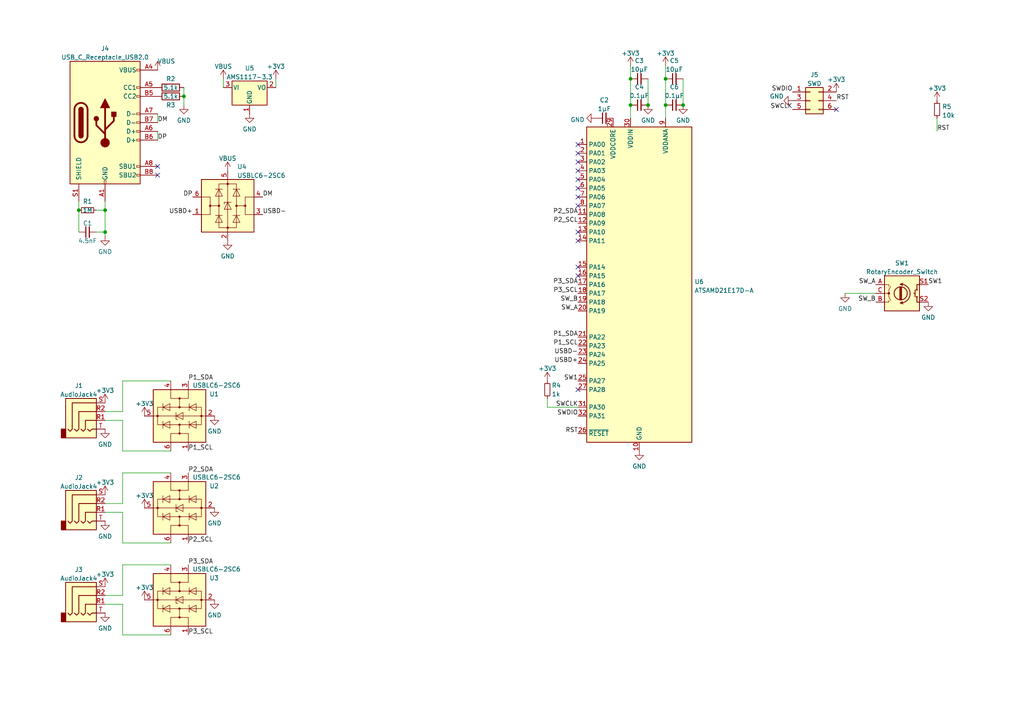
<source format=kicad_sch>
(kicad_sch (version 20211123) (generator eeschema)
  (paper "A4")
  (lib_symbols
    (symbol "Connector:AudioJack4"
      (property "Reference" "J" (at 0 8.89 0))
      (property "Value" "AudioJack4" (at 0 6.35 0))
      (symbol "AudioJack4_0_1"
        (rectangle (start -6.35 -5.08) (end -7.62 -7.62) (stroke (width 0.254)) (fill (type outline)))
        (polyline (pts (xy 0 -5.08) (xy 0.635 -5.715) (xy 1.27 -5.08) (xy 2.54 -5.08)) (stroke (width 0.254)))
        (polyline (pts (xy -5.715 -5.08) (xy -5.08 -5.715) (xy -4.445 -5.08) (xy -4.445 2.54) (xy 2.54 2.54)) (stroke (width 0.254)))
        (polyline (pts (xy -1.905 -5.08) (xy -1.27 -5.715) (xy -0.635 -5.08) (xy -0.635 -2.54) (xy 2.54 -2.54)) (stroke (width 0.254)))
        (polyline (pts (xy 2.54 0) (xy -2.54 0) (xy -2.54 -5.08) (xy -3.175 -5.715) (xy -3.81 -5.08)) (stroke (width 0.254)))
        (rectangle (start 2.54 3.81) (end -6.35 -7.62) (stroke (width 0.254)) (fill (type background)))
      )
      (symbol "AudioJack4_1_1"
        (pin passive line (at 5.08 -2.54 180) (length 2.54) (name "~") (number "R1"))
        (pin passive line (at 5.08 0 180) (length 2.54) (name "~") (number "R2"))
        (pin passive line (at 5.08 2.54 180) (length 2.54) (name "~") (number "S"))
        (pin passive line (at 5.08 -5.08 180) (length 2.54) (name "~") (number "T"))
      )
    )
    (symbol "Connector:USB_C_Receptacle_USB2.0" (pin_names (offset 1.016))
      (property "Reference" "J" (at -10.16 19.05 0))
      (property "Value" "USB_C_Receptacle_USB2.0" (at 19.05 19.05 0))
      (symbol "USB_C_Receptacle_USB2.0_0_0"
        (rectangle (start -0.254 -17.78) (end 0.254 -16.764))
        (rectangle (start 10.16 -14.986) (end 9.144 -15.494))
        (rectangle (start 10.16 -12.446) (end 9.144 -12.954))
        (rectangle (start 10.16 -4.826) (end 9.144 -5.334))
        (rectangle (start 10.16 -2.286) (end 9.144 -2.794))
        (rectangle (start 10.16 0.254) (end 9.144 -0.254))
        (rectangle (start 10.16 2.794) (end 9.144 2.286))
        (rectangle (start 10.16 7.874) (end 9.144 7.366))
        (rectangle (start 10.16 10.414) (end 9.144 9.906))
        (rectangle (start 10.16 15.494) (end 9.144 14.986))
      )
      (symbol "USB_C_Receptacle_USB2.0_0_1"
        (rectangle (start -10.16 17.78) (end 10.16 -17.78) (stroke (width 0.254)) (fill (type background)))
        (arc (start -8.89 -3.81) (mid -6.985 -5.715) (end -5.08 -3.81) (stroke (width 0.508)))
        (arc (start -7.62 -3.81) (mid -6.985 -4.445) (end -6.35 -3.81) (stroke (width 0.254)))
        (arc (start -7.62 -3.81) (mid -6.985 -4.445) (end -6.35 -3.81) (stroke (width 0.254)) (fill (type outline)))
        (rectangle (start -7.62 -3.81) (end -6.35 3.81) (stroke (width 0.254)) (fill (type outline)))
        (arc (start -6.35 3.81) (mid -6.985 4.445) (end -7.62 3.81) (stroke (width 0.254)))
        (arc (start -6.35 3.81) (mid -6.985 4.445) (end -7.62 3.81) (stroke (width 0.254)) (fill (type outline)))
        (arc (start -5.08 3.81) (mid -6.985 5.715) (end -8.89 3.81) (stroke (width 0.508)))
        (circle (center -2.54 1.143) (radius 0.635) (stroke (width 0.254)) (fill (type outline)))
        (circle (center 0 -5.842) (radius 1.27) (fill (type outline)))
        (polyline (pts (xy -8.89 -3.81) (xy -8.89 3.81)) (stroke (width 0.508)))
        (polyline (pts (xy -5.08 3.81) (xy -5.08 -3.81)) (stroke (width 0.508)))
        (polyline (pts (xy 0 -5.842) (xy 0 4.318)) (stroke (width 0.508)))
        (polyline (pts (xy 0 -3.302) (xy -2.54 -0.762) (xy -2.54 0.508)) (stroke (width 0.508)))
        (polyline (pts (xy 0 -2.032) (xy 2.54 0.508) (xy 2.54 1.778)) (stroke (width 0.508)))
        (polyline (pts (xy -1.27 4.318) (xy 0 6.858) (xy 1.27 4.318) (xy -1.27 4.318)) (stroke (width 0.254)) (fill (type outline)))
        (rectangle (start 1.905 1.778) (end 3.175 3.048) (stroke (width 0.254)) (fill (type outline)))
      )
      (symbol "USB_C_Receptacle_USB2.0_1_1"
        (pin passive line (at 0 -22.86 90) (length 5.08) (name "GND") (number "A1"))
        (pin passive line (at 0 -22.86 90) (length 5.08) hide (name "GND") (number "A12"))
        (pin passive line (at 15.24 15.24 180) (length 5.08) (name "VBUS") (number "A4"))
        (pin bidirectional line (at 15.24 10.16 180) (length 5.08) (name "CC1") (number "A5"))
        (pin bidirectional line (at 15.24 -2.54 180) (length 5.08) (name "D+") (number "A6"))
        (pin bidirectional line (at 15.24 2.54 180) (length 5.08) (name "D-") (number "A7"))
        (pin bidirectional line (at 15.24 -12.7 180) (length 5.08) (name "SBU1") (number "A8"))
        (pin passive line (at 15.24 15.24 180) (length 5.08) hide (name "VBUS") (number "A9"))
        (pin passive line (at 0 -22.86 90) (length 5.08) hide (name "GND") (number "B1"))
        (pin passive line (at 0 -22.86 90) (length 5.08) hide (name "GND") (number "B12"))
        (pin passive line (at 15.24 15.24 180) (length 5.08) hide (name "VBUS") (number "B4"))
        (pin bidirectional line (at 15.24 7.62 180) (length 5.08) (name "CC2") (number "B5"))
        (pin bidirectional line (at 15.24 -5.08 180) (length 5.08) (name "D+") (number "B6"))
        (pin bidirectional line (at 15.24 0 180) (length 5.08) (name "D-") (number "B7"))
        (pin bidirectional line (at 15.24 -15.24 180) (length 5.08) (name "SBU2") (number "B8"))
        (pin passive line (at 15.24 15.24 180) (length 5.08) hide (name "VBUS") (number "B9"))
        (pin passive line (at -7.62 -22.86 90) (length 5.08) (name "SHIELD") (number "S1"))
      )
    )
    (symbol "Connector_Generic:Conn_02x03_Odd_Even" (pin_names (offset 1.016) hide)
      (property "Reference" "J" (at 1.27 5.08 0))
      (property "Value" "Conn_02x03_Odd_Even" (at 1.27 -5.08 0))
      (symbol "Conn_02x03_Odd_Even_1_1"
        (rectangle (start -1.27 -2.413) (end 0 -2.667) (stroke (width 0.1524)))
        (rectangle (start -1.27 0.127) (end 0 -0.127) (stroke (width 0.1524)))
        (rectangle (start -1.27 2.667) (end 0 2.413) (stroke (width 0.1524)))
        (rectangle (start -1.27 3.81) (end 3.81 -3.81) (stroke (width 0.254)) (fill (type background)))
        (rectangle (start 3.81 -2.413) (end 2.54 -2.667) (stroke (width 0.1524)))
        (rectangle (start 3.81 0.127) (end 2.54 -0.127) (stroke (width 0.1524)))
        (rectangle (start 3.81 2.667) (end 2.54 2.413) (stroke (width 0.1524)))
        (pin passive line (at -5.08 2.54 0) (length 3.81) (name "Pin_1") (number "1"))
        (pin passive line (at 7.62 2.54 180) (length 3.81) (name "Pin_2") (number "2"))
        (pin passive line (at -5.08 0 0) (length 3.81) (name "Pin_3") (number "3"))
        (pin passive line (at 7.62 0 180) (length 3.81) (name "Pin_4") (number "4"))
        (pin passive line (at -5.08 -2.54 0) (length 3.81) (name "Pin_5") (number "5"))
        (pin passive line (at 7.62 -2.54 180) (length 3.81) (name "Pin_6") (number "6"))
      )
    )
    (symbol "Device:C_Small" (pin_numbers hide) (pin_names (offset 0.254) hide)
      (property "Reference" "C" (at 0.254 1.778 0))
      (property "Value" "C_Small" (at 0.254 -2.032 0))
      (symbol "C_Small_0_1"
        (polyline (pts (xy -1.524 -0.508) (xy 1.524 -0.508)) (stroke (width 0.3302)))
        (polyline (pts (xy -1.524 0.508) (xy 1.524 0.508)) (stroke (width 0.3048)))
      )
      (symbol "C_Small_1_1"
        (pin passive line (at 0 2.54 270) (length 2.032) (name "~") (number "1"))
        (pin passive line (at 0 -2.54 90) (length 2.032) (name "~") (number "2"))
      )
    )
    (symbol "Device:R" (pin_numbers hide) (pin_names (offset 0))
      (property "Reference" "R" (at 2.032 0 90))
      (property "Value" "R" (at 0 0 90))
      (symbol "R_0_1"
        (rectangle (start -1.016 -2.54) (end 1.016 2.54) (stroke (width 0.254)))
      )
      (symbol "R_1_1"
        (pin passive line (at 0 3.81 270) (length 1.27) (name "~") (number "1"))
        (pin passive line (at 0 -3.81 90) (length 1.27) (name "~") (number "2"))
      )
    )
    (symbol "Device:R_Small" (pin_numbers hide) (pin_names (offset 0.254) hide)
      (property "Reference" "R" (at 0.762 0.508 0))
      (property "Value" "R_Small" (at 0.762 -1.016 0))
      (symbol "R_Small_0_1"
        (rectangle (start -0.762 1.778) (end 0.762 -1.778) (stroke (width 0.2032)))
      )
      (symbol "R_Small_1_1"
        (pin passive line (at 0 2.54 270) (length 0.762) (name "~") (number "1"))
        (pin passive line (at 0 -2.54 90) (length 0.762) (name "~") (number "2"))
      )
    )
    (symbol "Device:RotaryEncoder_Switch" (pin_names (offset 0.254) hide)
      (property "Reference" "SW" (at 0 6.604 0))
      (property "Value" "RotaryEncoder_Switch" (at 0 -6.604 0))
      (symbol "RotaryEncoder_Switch_0_1"
        (rectangle (start -5.08 5.08) (end 5.08 -5.08) (stroke (width 0.254)) (fill (type background)))
        (circle (center -3.81 0) (radius 0.254) (fill (type outline)))
        (arc (start -0.381 -2.794) (mid 2.3622 -0.0508) (end -0.381 2.667) (stroke (width 0.254)))
        (circle (center -0.381 0) (radius 1.905) (stroke (width 0.254)))
        (polyline (pts (xy -0.635 -1.778) (xy -0.635 1.778)) (stroke (width 0.254)))
        (polyline (pts (xy -0.381 -1.778) (xy -0.381 1.778)) (stroke (width 0.254)))
        (polyline (pts (xy -0.127 1.778) (xy -0.127 -1.778)) (stroke (width 0.254)))
        (polyline (pts (xy 3.81 0) (xy 3.429 0)) (stroke (width 0.254)))
        (polyline (pts (xy 3.81 1.016) (xy 3.81 -1.016)) (stroke (width 0.254)))
        (polyline (pts (xy -5.08 -2.54) (xy -3.81 -2.54) (xy -3.81 -2.032)))
        (polyline (pts (xy -5.08 2.54) (xy -3.81 2.54) (xy -3.81 2.032)))
        (polyline (pts (xy 0.254 -3.048) (xy -0.508 -2.794) (xy 0.127 -2.413)) (stroke (width 0.254)))
        (polyline (pts (xy 0.254 2.921) (xy -0.508 2.667) (xy 0.127 2.286)) (stroke (width 0.254)))
        (polyline (pts (xy 5.08 -2.54) (xy 4.318 -2.54) (xy 4.318 -1.016)) (stroke (width 0.254)))
        (polyline (pts (xy 5.08 2.54) (xy 4.318 2.54) (xy 4.318 1.016)) (stroke (width 0.254)))
        (polyline (pts (xy -5.08 0) (xy -3.81 0) (xy -3.81 -1.016) (xy -3.302 -2.032)))
        (polyline (pts (xy -4.318 0) (xy -3.81 0) (xy -3.81 1.016) (xy -3.302 2.032)))
        (circle (center 4.318 -1.016) (radius 0.127) (stroke (width 0.254)))
        (circle (center 4.318 1.016) (radius 0.127) (stroke (width 0.254)))
      )
      (symbol "RotaryEncoder_Switch_1_1"
        (pin passive line (at -7.62 2.54 0) (length 2.54) (name "A") (number "A"))
        (pin passive line (at -7.62 -2.54 0) (length 2.54) (name "B") (number "B"))
        (pin passive line (at -7.62 0 0) (length 2.54) (name "C") (number "C"))
        (pin passive line (at 7.62 2.54 180) (length 2.54) (name "S1") (number "S1"))
        (pin passive line (at 7.62 -2.54 180) (length 2.54) (name "S2") (number "S2"))
      )
    )
    (symbol "MCU_Microchip_SAMD:ATSAMD21E17D-A"
      (property "Reference" "U" (at -13.97 46.99 0))
      (property "Value" "ATSAMD21E17D-A" (at 16.51 46.99 0))
      (symbol "ATSAMD21E17D-A_1_1"
        (rectangle (start -15.24 45.72) (end 15.24 -45.72) (stroke (width 0.254)) (fill (type background)))
        (pin bidirectional line (at -17.78 40.64 0) (length 2.54) (name "PA00") (number "1"))
        (pin power_in line (at 0 -48.26 90) (length 2.54) (name "GND") (number "10"))
        (pin bidirectional line (at -17.78 20.32 0) (length 2.54) (name "PA08") (number "11"))
        (pin bidirectional line (at -17.78 17.78 0) (length 2.54) (name "PA09") (number "12"))
        (pin bidirectional line (at -17.78 15.24 0) (length 2.54) (name "PA10") (number "13"))
        (pin bidirectional line (at -17.78 12.7 0) (length 2.54) (name "PA11") (number "14"))
        (pin bidirectional line (at -17.78 5.08 0) (length 2.54) (name "PA14") (number "15"))
        (pin bidirectional line (at -17.78 2.54 0) (length 2.54) (name "PA15") (number "16"))
        (pin bidirectional line (at -17.78 0 0) (length 2.54) (name "PA16") (number "17"))
        (pin bidirectional line (at -17.78 -2.54 0) (length 2.54) (name "PA17") (number "18"))
        (pin bidirectional line (at -17.78 -5.08 0) (length 2.54) (name "PA18") (number "19"))
        (pin bidirectional line (at -17.78 38.1 0) (length 2.54) (name "PA01") (number "2"))
        (pin bidirectional line (at -17.78 -7.62 0) (length 2.54) (name "PA19") (number "20"))
        (pin bidirectional line (at -17.78 -15.24 0) (length 2.54) (name "PA22") (number "21"))
        (pin bidirectional line (at -17.78 -17.78 0) (length 2.54) (name "PA23") (number "22"))
        (pin bidirectional line (at -17.78 -20.32 0) (length 2.54) (name "PA24") (number "23"))
        (pin bidirectional line (at -17.78 -22.86 0) (length 2.54) (name "PA25") (number "24"))
        (pin bidirectional line (at -17.78 -27.94 0) (length 2.54) (name "PA27") (number "25"))
        (pin input line (at -17.78 -43.18 0) (length 2.54) (name "~{RESET}") (number "26"))
        (pin bidirectional line (at -17.78 -30.48 0) (length 2.54) (name "PA28") (number "27"))
        (pin passive line (at 0 -48.26 90) (length 2.54) hide (name "GND") (number "28"))
        (pin power_out line (at -7.62 48.26 270) (length 2.54) (name "VDDCORE") (number "29"))
        (pin bidirectional line (at -17.78 35.56 0) (length 2.54) (name "PA02") (number "3"))
        (pin power_in line (at -2.54 48.26 270) (length 2.54) (name "VDDIN") (number "30"))
        (pin bidirectional line (at -17.78 -35.56 0) (length 2.54) (name "PA30") (number "31"))
        (pin bidirectional line (at -17.78 -38.1 0) (length 2.54) (name "PA31") (number "32"))
        (pin bidirectional line (at -17.78 33.02 0) (length 2.54) (name "PA03") (number "4"))
        (pin bidirectional line (at -17.78 30.48 0) (length 2.54) (name "PA04") (number "5"))
        (pin bidirectional line (at -17.78 27.94 0) (length 2.54) (name "PA05") (number "6"))
        (pin bidirectional line (at -17.78 25.4 0) (length 2.54) (name "PA06") (number "7"))
        (pin bidirectional line (at -17.78 22.86 0) (length 2.54) (name "PA07") (number "8"))
        (pin power_in line (at 7.62 48.26 270) (length 2.54) (name "VDDANA") (number "9"))
      )
    )
    (symbol "Power_Protection:USBLC6-2SC6" (pin_names hide)
      (property "Reference" "U" (at 2.54 8.89 0))
      (property "Value" "USBLC6-2SC6" (at 2.54 -8.89 0))
      (symbol "USBLC6-2SC6_0_1"
        (rectangle (start -7.62 -7.62) (end 7.62 7.62) (stroke (width 0.254)) (fill (type background)))
        (circle (center -5.08 0) (radius 0.254) (fill (type outline)))
        (circle (center -2.54 0) (radius 0.254) (fill (type outline)))
        (rectangle (start -2.54 6.35) (end 2.54 -6.35))
        (circle (center 0 -6.35) (radius 0.254) (fill (type outline)))
        (polyline (pts (xy -5.08 -2.54) (xy -7.62 -2.54)))
        (polyline (pts (xy -5.08 0) (xy -5.08 -2.54)))
        (polyline (pts (xy -5.08 2.54) (xy -7.62 2.54)))
        (polyline (pts (xy -1.524 -2.794) (xy -3.556 -2.794)))
        (polyline (pts (xy -1.524 4.826) (xy -3.556 4.826)))
        (polyline (pts (xy 0 -7.62) (xy 0 -6.35)))
        (polyline (pts (xy 0 -6.35) (xy 0 1.27)))
        (polyline (pts (xy 0 1.27) (xy 0 6.35)))
        (polyline (pts (xy 0 6.35) (xy 0 7.62)))
        (polyline (pts (xy 1.524 -2.794) (xy 3.556 -2.794)))
        (polyline (pts (xy 1.524 4.826) (xy 3.556 4.826)))
        (polyline (pts (xy 5.08 -2.54) (xy 7.62 -2.54)))
        (polyline (pts (xy 5.08 0) (xy 5.08 -2.54)))
        (polyline (pts (xy 5.08 2.54) (xy 7.62 2.54)))
        (polyline (pts (xy -2.54 0) (xy -5.08 0) (xy -5.08 2.54)))
        (polyline (pts (xy 2.54 0) (xy 5.08 0) (xy 5.08 2.54)))
        (polyline (pts (xy -3.556 -4.826) (xy -1.524 -4.826) (xy -2.54 -2.794) (xy -3.556 -4.826)))
        (polyline (pts (xy -3.556 2.794) (xy -1.524 2.794) (xy -2.54 4.826) (xy -3.556 2.794)))
        (polyline (pts (xy -1.016 -1.016) (xy 1.016 -1.016) (xy 0 1.016) (xy -1.016 -1.016)))
        (polyline (pts (xy 1.016 1.016) (xy 0.762 1.016) (xy -1.016 1.016) (xy -1.016 0.508)))
        (polyline (pts (xy 3.556 -4.826) (xy 1.524 -4.826) (xy 2.54 -2.794) (xy 3.556 -4.826)))
        (polyline (pts (xy 3.556 2.794) (xy 1.524 2.794) (xy 2.54 4.826) (xy 3.556 2.794)))
        (circle (center 0 6.35) (radius 0.254) (fill (type outline)))
        (circle (center 2.54 0) (radius 0.254) (fill (type outline)))
        (circle (center 5.08 0) (radius 0.254) (fill (type outline)))
      )
      (symbol "USBLC6-2SC6_1_1"
        (pin passive line (at -10.16 -2.54 0) (length 2.54) (name "I/O1") (number "1"))
        (pin passive line (at 0 -10.16 90) (length 2.54) (name "GND") (number "2"))
        (pin passive line (at 10.16 -2.54 180) (length 2.54) (name "I/O2") (number "3"))
        (pin passive line (at 10.16 2.54 180) (length 2.54) (name "I/O2") (number "4"))
        (pin passive line (at 0 10.16 270) (length 2.54) (name "VBUS") (number "5"))
        (pin passive line (at -10.16 2.54 0) (length 2.54) (name "I/O1") (number "6"))
      )
    )
    (symbol "Regulator_Linear:AMS1117-3.3" (pin_names (offset 0.254))
      (property "Reference" "U" (at -3.81 3.175 0))
      (property "Value" "AMS1117-3.3" (at 0 3.175 0))
      (symbol "AMS1117-3.3_0_1"
        (rectangle (start -5.08 -5.08) (end 5.08 1.905) (stroke (width 0.254)) (fill (type background)))
      )
      (symbol "AMS1117-3.3_1_1"
        (pin power_in line (at 0 -7.62 90) (length 2.54) (name "GND") (number "1"))
        (pin power_out line (at 7.62 0 180) (length 2.54) (name "VO") (number "2"))
        (pin power_in line (at -7.62 0 0) (length 2.54) (name "VI") (number "3"))
      )
    )
    (symbol "power:+3V3" (power) (pin_names (offset 0))
      (property "Value" "+3V3" (at 0 3.556 0))
      (symbol "+3V3_0_1"
        (polyline (pts (xy -0.762 1.27) (xy 0 2.54)))
        (polyline (pts (xy 0 0) (xy 0 2.54)))
        (polyline (pts (xy 0 2.54) (xy 0.762 1.27)))
      )
      (symbol "+3V3_1_1"
        (pin power_in line (at 0 0 90) (length 0) hide (name "+3V3") (number "1"))
      )
    )
    (symbol "power:GND" (power) (pin_names (offset 0))
      (property "Value" "GND" (at 0 -3.81 0))
      (symbol "GND_0_1"
        (polyline (pts (xy 0 0) (xy 0 -1.27) (xy 1.27 -1.27) (xy 0 -2.54) (xy -1.27 -1.27) (xy 0 -1.27)))
      )
      (symbol "GND_1_1"
        (pin power_in line (at 0 0 270) (length 0) hide (name "GND") (number "1"))
      )
    )
    (symbol "power:VBUS" (power) (pin_names (offset 0))
      (property "Value" "VBUS" (at 0 3.81 0))
      (symbol "VBUS_0_1"
        (polyline (pts (xy -0.762 1.27) (xy 0 2.54)))
        (polyline (pts (xy 0 0) (xy 0 2.54)))
        (polyline (pts (xy 0 2.54) (xy 0.762 1.27)))
      )
      (symbol "VBUS_1_1"
        (pin power_in line (at 0 0 90) (length 0) hide (name "VBUS") (number "1"))
      )
    )
  )
  (junction (at 182.88 22.86))
  (junction (at 30.48 60.96))
  (junction (at 198.12 30.48))
  (junction (at 22.86 60.96))
  (junction (at 187.96 30.48))
  (junction (at 193.04 22.86))
  (junction (at 30.48 67.31))
  (junction (at 53.34 27.94))
  (junction (at 182.88 30.48))
  (junction (at 193.04 30.48))
  (no_connect (at 167.64 113.03))
  (no_connect (at 167.64 57.15))
  (no_connect (at 167.64 59.69))
  (no_connect (at 167.64 67.31))
  (no_connect (at 167.64 69.85))
  (no_connect (at 242.57 31.75))
  (no_connect (at 167.64 77.47))
  (no_connect (at 167.64 80.01))
  (no_connect (at 45.72 48.26))
  (no_connect (at 45.72 50.8))
  (no_connect (at 167.64 52.07))
  (no_connect (at 167.64 54.61))
  (no_connect (at 167.64 41.91))
  (no_connect (at 167.64 44.45))
  (no_connect (at 167.64 46.99))
  (no_connect (at 167.64 49.53))
  (wire (pts (xy 35.56 172.72) (xy 30.48 172.72)))
  (wire (pts (xy 35.56 119.38) (xy 30.48 119.38)))
  (wire (pts (xy 45.72 33.02) (xy 45.72 35.56)))
  (wire (pts (xy 158.75 115.57) (xy 158.75 118.11)))
  (wire (pts (xy 22.86 58.42) (xy 22.86 60.96)))
  (wire (pts (xy 35.56 110.49) (xy 35.56 119.38)))
  (wire (pts (xy 187.96 22.86) (xy 187.96 30.48)))
  (wire (pts (xy 182.88 30.48) (xy 182.88 34.29)))
  (wire (pts (xy 158.75 118.11) (xy 167.64 118.11)))
  (wire (pts (xy 182.88 22.86) (xy 182.88 30.48)))
  (wire (pts (xy 198.12 22.86) (xy 198.12 30.48)))
  (wire (pts (xy 35.56 184.15) (xy 49.53 184.15)))
  (wire (pts (xy 35.56 146.05) (xy 30.48 146.05)))
  (wire (pts (xy 27.94 67.31) (xy 30.48 67.31)))
  (wire (pts (xy 35.56 157.48) (xy 49.53 157.48)))
  (wire (pts (xy 182.88 19.05) (xy 182.88 22.86)))
  (wire (pts (xy 30.48 121.92) (xy 35.56 121.92)))
  (wire (pts (xy 45.72 38.1) (xy 45.72 40.64)))
  (wire (pts (xy 30.48 175.26) (xy 35.56 175.26)))
  (wire (pts (xy 35.56 175.26) (xy 35.56 184.15)))
  (wire (pts (xy 245.11 85.09) (xy 254 85.09)))
  (wire (pts (xy 30.48 58.42) (xy 30.48 60.96)))
  (wire (pts (xy 27.94 60.96) (xy 30.48 60.96)))
  (wire (pts (xy 30.48 60.96) (xy 30.48 67.31)))
  (wire (pts (xy 53.34 25.4) (xy 53.34 27.94)))
  (wire (pts (xy 193.04 19.05) (xy 193.04 22.86)))
  (wire (pts (xy 30.48 148.59) (xy 35.56 148.59)))
  (wire (pts (xy 64.77 22.86) (xy 64.77 25.4)))
  (wire (pts (xy 49.53 137.16) (xy 35.56 137.16)))
  (wire (pts (xy 53.34 27.94) (xy 53.34 30.48)))
  (wire (pts (xy 35.56 121.92) (xy 35.56 130.81)))
  (wire (pts (xy 271.78 34.29) (xy 271.78 38.1)))
  (wire (pts (xy 35.56 148.59) (xy 35.56 157.48)))
  (wire (pts (xy 193.04 22.86) (xy 193.04 30.48)))
  (wire (pts (xy 193.04 30.48) (xy 193.04 34.29)))
  (wire (pts (xy 49.53 110.49) (xy 35.56 110.49)))
  (wire (pts (xy 35.56 130.81) (xy 49.53 130.81)))
  (wire (pts (xy 30.48 67.31) (xy 30.48 68.58)))
  (wire (pts (xy 80.01 22.86) (xy 80.01 25.4)))
  (wire (pts (xy 22.86 60.96) (xy 22.86 67.31)))
  (wire (pts (xy 49.53 163.83) (xy 35.56 163.83)))
  (wire (pts (xy 35.56 137.16) (xy 35.56 146.05)))
  (wire (pts (xy 35.56 163.83) (xy 35.56 172.72)))
  (label "SW1" (at 167.64 110.49 180))
  (label "SWDIO" (at 167.64 120.65 180))
  (label "SWCLK" (at 167.64 118.11 180))
  (label "P2_SCL" (at 167.64 64.77 180))
  (label "DP" (at 45.72 40.64 0))
  (label "DP" (at 55.88 57.15 180))
  (label "P3_SDA" (at 167.64 82.55 180))
  (label "USBD-" (at 167.64 102.87 180))
  (label "RST" (at 271.78 38.1 0))
  (label "RST" (at 242.57 29.21 0))
  (label "P2_SCL" (at 54.61 157.48 0))
  (label "USBD+" (at 55.88 62.23 180))
  (label "SWDIO" (at 229.87 26.67 180))
  (label "P1_SDA" (at 167.64 97.79 180))
  (label "SW_A" (at 167.64 90.17 180))
  (label "P3_SCL" (at 54.61 184.15 0))
  (label "USBD+" (at 167.64 105.41 180))
  (label "RST" (at 167.64 125.73 180))
  (label "P2_SDA" (at 167.64 62.23 180))
  (label "P3_SCL" (at 167.64 85.09 180))
  (label "P2_SDA" (at 54.61 137.16 0))
  (label "SW_B" (at 254 87.63 180))
  (label "P1_SCL" (at 54.61 130.81 0))
  (label "USBD-" (at 76.2 62.23 0))
  (label "P1_SCL" (at 167.64 100.33 180))
  (label "SW_B" (at 167.64 87.63 180))
  (label "DM" (at 45.72 35.56 0))
  (label "SWCLK" (at 229.87 31.75 180))
  (label "SW_A" (at 254 82.55 180))
  (label "DM" (at 76.2 57.15 0))
  (label "P1_SDA" (at 54.61 110.49 0))
  (label "P3_SDA" (at 54.61 163.83 0))
  (label "SW1" (at 269.24 82.55 0))
  (symbol (lib_id "power:+3V3") (at 30.48 143.51 0) (unit 1)
    (property "Reference" "#PWR0126" (effects hide))
    (property "Value" "+3V3" (at 30.48 139.9342 0))
  )
  (symbol (lib_id "Connector:AudioJack4") (at 25.4 119.38 0) (unit 1)
    (property "Reference" "J1" (at 22.86 111.8702 0))
    (property "Value" "AudioJack4" (at 22.86 114.4071 0))
    (property "Footprint" "pj320a:Jack_3.5mm_PJ320A_Horizontal" (effects hide))
  )
  (symbol (lib_id "Connector_Generic:Conn_02x03_Odd_Even") (at 234.95 29.21 0) (unit 1)
    (property "Reference" "J5" (at 236.22 21.7002 0))
    (property "Value" "SWD" (at 236.22 24.2371 0))
    (property "Footprint" "Connector_PinHeader_1.27mm:PinHeader_2x03_P1.27mm_Vertical" (effects hide))
  )
  (symbol (lib_id "Power_Protection:USBLC6-2SC6") (at 52.07 147.32 90) (unit 1)
    (property "Reference" "U2" (at 63.5 140.97 90) (effects (justify left)))
    (property "Value" "USBLC6-2SC6" (at 69.85 138.43 90) (effects (justify left)))
    (property "Footprint" "Package_TO_SOT_SMD:SOT-23-6" (effects hide))
    (property "Datasheet" "https://www.st.com/resource/en/datasheet/usblc6-2.pdf" (effects hide))
  )
  (symbol (lib_id "power:GND") (at 172.72 34.29 270) (unit 1)
    (property "Reference" "#PWR0112" (effects hide))
    (property "Value" "GND" (at 169.5451 34.7238 90) (effects (justify right)))
  )
  (symbol (lib_id "power:VBUS") (at 66.04 49.53 0) (unit 1)
    (property "Reference" "#PWR0106" (effects hide))
    (property "Value" "VBUS" (at 66.04 45.9542 0))
  )
  (symbol (lib_id "power:GND") (at 66.04 69.85 0) (unit 1)
    (property "Reference" "#PWR0120" (effects hide))
    (property "Value" "GND" (at 66.04 74.2934 0))
  )
  (symbol (lib_id "Device:R_Small") (at 25.4 60.96 90) (unit 1)
    (property "Reference" "R1" (at 25.4 58.42 90))
    (property "Value" "1M" (at 25.4 60.96 90))
    (property "Footprint" "Resistor_SMD:R_0402_1005Metric_Pad0.72x0.64mm_HandSolder" (effects hide))
  )
  (symbol (lib_id "power:GND") (at 269.24 87.63 0) (unit 1)
    (property "Reference" "#PWR0114" (effects hide))
    (property "Value" "GND" (at 269.24 92.0734 0))
  )
  (symbol (lib_id "power:+3V3") (at 30.48 170.18 0) (unit 1)
    (property "Reference" "#PWR0127" (effects hide))
    (property "Value" "+3V3" (at 30.48 166.6042 0))
  )
  (symbol (lib_id "power:GND") (at 62.23 147.32 0) (unit 1)
    (property "Reference" "#PWR0131" (effects hide))
    (property "Value" "GND" (at 62.23 151.7634 0))
  )
  (symbol (lib_id "MCU_Microchip_SAMD:ATSAMD21E17D-A") (at 185.42 82.55 0) (unit 1)
    (property "Reference" "U6" (at 201.422 81.7153 0) (effects (justify left)))
    (property "Value" "ATSAMD21E17D-A" (at 201.422 84.2522 0) (effects (justify left)))
    (property "Footprint" "Package_QFP:TQFP-32_7x7mm_P0.8mm" (effects hide))
    (property "Datasheet" "http://ww1.microchip.com/downloads/en/DeviceDoc/SAM_D21_DA1_Family_Data%20Sheet_DS40001882E.pdf" (effects hide))
  )
  (symbol (lib_id "Device:R_Small") (at 271.78 31.75 180) (unit 1)
    (property "Reference" "R5" (at 273.2786 30.9153 0) (effects (justify right)))
    (property "Value" "10k" (at 273.2786 33.4522 0) (effects (justify right)))
    (property "Footprint" "Resistor_SMD:R_0402_1005Metric_Pad0.72x0.64mm_HandSolder" (effects hide))
  )
  (symbol (lib_id "Device:C_Small") (at 195.58 30.48 90) (unit 1)
    (property "Reference" "C6" (at 195.5863 25.2181 90))
    (property "Value" "0.1µF" (at 195.5863 27.755 90))
    (property "Footprint" "Capacitor_SMD:C_0603_1608Metric_Pad1.08x0.95mm_HandSolder" (effects hide))
  )
  (symbol (lib_id "Device:R_Small") (at 158.75 113.03 0) (unit 1)
    (property "Reference" "R4" (at 160.02 111.76 0) (effects (justify left)))
    (property "Value" "1k" (at 160.02 114.3 0) (effects (justify left)))
    (property "Footprint" "Resistor_SMD:R_0402_1005Metric_Pad0.72x0.64mm_HandSolder" (effects hide))
  )
  (symbol (lib_id "Power_Protection:USBLC6-2SC6") (at 52.07 173.99 90) (unit 1)
    (property "Reference" "U3" (at 63.5 167.64 90) (effects (justify left)))
    (property "Value" "USBLC6-2SC6" (at 69.85 165.1 90) (effects (justify left)))
    (property "Footprint" "Package_TO_SOT_SMD:SOT-23-6" (effects hide))
    (property "Datasheet" "https://www.st.com/resource/en/datasheet/usblc6-2.pdf" (effects hide))
  )
  (symbol (lib_id "power:+3V3") (at 242.57 26.67 0) (unit 1)
    (property "Reference" "#PWR0110" (effects hide))
    (property "Value" "+3V3" (at 242.57 23.0655 0))
  )
  (symbol (lib_id "power:+3V3") (at 80.01 22.86 0) (unit 1)
    (property "Reference" "#PWR0104" (effects hide))
    (property "Value" "+3V3" (at 80.01 19.2842 0))
  )
  (symbol (lib_id "Power_Protection:USBLC6-2SC6") (at 66.04 59.69 0) (unit 1)
    (property "Reference" "U4" (at 68.8087 48.3702 0) (effects (justify left)))
    (property "Value" "USBLC6-2SC6" (at 68.8087 50.9071 0) (effects (justify left)))
    (property "Footprint" "Package_TO_SOT_SMD:SOT-23-6" (effects hide))
    (property "Datasheet" "https://www.st.com/resource/en/datasheet/usblc6-2.pdf" (effects hide))
  )
  (symbol (lib_id "power:GND") (at 30.48 151.13 0) (unit 1)
    (property "Reference" "#PWR0125" (effects hide))
    (property "Value" "GND" (at 30.48 155.5734 0))
  )
  (symbol (lib_id "Device:R") (at 49.53 25.4 90) (unit 1)
    (property "Reference" "R2" (at 49.53 22.86 90))
    (property "Value" "5.1k" (at 49.53 25.4 90))
    (property "Footprint" "Resistor_SMD:R_0402_1005Metric_Pad0.72x0.64mm_HandSolder" (effects hide))
  )
  (symbol (lib_id "power:+3V3") (at 41.91 120.65 0) (unit 1)
    (property "Reference" "#PWR0123" (effects hide))
    (property "Value" "+3V3" (at 41.91 117.0742 0))
  )
  (symbol (lib_id "power:GND") (at 30.48 68.58 0) (unit 1)
    (property "Reference" "#PWR0119" (effects hide))
    (property "Value" "GND" (at 30.48 73.0234 0))
  )
  (symbol (lib_id "Device:RotaryEncoder_Switch") (at 261.62 85.09 0) (unit 1)
    (property "Reference" "SW1" (at 261.62 76.3102 0))
    (property "Value" "RotaryEncoder_Switch" (at 261.62 78.8471 0))
    (property "Footprint" "xenua:EVQWGD001" (effects hide))
  )
  (symbol (lib_id "power:+3V3") (at 182.88 19.05 0) (unit 1)
    (property "Reference" "#PWR0111" (effects hide))
    (property "Value" "+3V3" (at 182.88 15.4742 0))
  )
  (symbol (lib_id "Connector:AudioJack4") (at 25.4 146.05 0) (unit 1)
    (property "Reference" "J2" (at 22.86 138.5402 0))
    (property "Value" "AudioJack4" (at 22.86 141.0771 0))
    (property "Footprint" "pj320a:Jack_3.5mm_PJ320A_Horizontal" (effects hide))
  )
  (symbol (lib_id "power:+3V3") (at 271.78 29.21 0) (unit 1)
    (property "Reference" "#PWR0109" (effects hide))
    (property "Value" "+3V3" (at 271.78 25.6342 0))
  )
  (symbol (lib_id "Device:R") (at 49.53 27.94 270) (unit 1)
    (property "Reference" "R3" (at 49.53 30.48 90))
    (property "Value" "5.1k" (at 49.53 27.94 90))
    (property "Footprint" "Resistor_SMD:R_0402_1005Metric_Pad0.72x0.64mm_HandSolder" (effects hide))
  )
  (symbol (lib_id "power:GND") (at 62.23 120.65 0) (unit 1)
    (property "Reference" "#PWR0124" (effects hide))
    (property "Value" "GND" (at 62.23 125.0934 0))
  )
  (symbol (lib_id "power:VBUS") (at 45.72 20.32 0) (unit 1)
    (property "Reference" "#PWR0102" (effects hide))
    (property "Value" "VBUS" (at 48.26 17.78 0))
  )
  (symbol (lib_id "power:+3V3") (at 193.04 19.05 0) (unit 1)
    (property "Reference" "#PWR0107" (effects hide))
    (property "Value" "+3V3" (at 193.04 15.4742 0))
  )
  (symbol (lib_id "power:GND") (at 185.42 130.81 0) (unit 1)
    (property "Reference" "#PWR0117" (effects hide))
    (property "Value" "GND" (at 185.42 135.2534 0))
  )
  (symbol (lib_id "Device:C_Small") (at 175.26 34.29 90) (unit 1)
    (property "Reference" "C2" (at 175.2663 29.0281 90))
    (property "Value" "1µF" (at 175.2663 31.565 90))
    (property "Footprint" "Capacitor_SMD:C_0603_1608Metric_Pad1.08x0.95mm_HandSolder" (effects hide))
  )
  (symbol (lib_id "power:GND") (at 187.96 30.48 0) (unit 1)
    (property "Reference" "#PWR0116" (effects hide))
    (property "Value" "GND" (at 187.96 34.9234 0))
  )
  (symbol (lib_id "Device:C_Small") (at 185.42 30.48 90) (unit 1)
    (property "Reference" "C4" (at 185.4263 25.2181 90))
    (property "Value" "0.1µF" (at 185.4263 27.755 90))
    (property "Footprint" "Capacitor_SMD:C_0603_1608Metric_Pad1.08x0.95mm_HandSolder" (effects hide))
  )
  (symbol (lib_id "Regulator_Linear:AMS1117-3.3") (at 72.39 25.4 0) (unit 1)
    (property "Reference" "U5" (at 72.39 19.7952 0))
    (property "Value" "AMS1117-3.3" (at 72.39 22.3321 0))
    (property "Footprint" "Package_TO_SOT_SMD:SOT-223-3_TabPin2" (effects hide))
    (property "Datasheet" "http://www.advanced-monolithic.com/pdf/ds1117.pdf" (effects hide))
  )
  (symbol (lib_id "Device:C_Small") (at 25.4 67.31 90) (unit 1)
    (property "Reference" "C1" (at 25.4 64.77 90))
    (property "Value" "4.5nF" (at 25.4 69.85 90))
    (property "Footprint" "Capacitor_SMD:C_0603_1608Metric_Pad1.08x0.95mm_HandSolder" (effects hide))
  )
  (symbol (lib_id "power:+3V3") (at 41.91 147.32 0) (unit 1)
    (property "Reference" "#PWR0130" (effects hide))
    (property "Value" "+3V3" (at 41.91 143.7442 0))
  )
  (symbol (lib_id "Connector:USB_C_Receptacle_USB2.0") (at 30.48 35.56 0) (unit 1)
    (property "Reference" "J4" (at 30.48 14.0802 0))
    (property "Value" "USB_C_Receptacle_USB2.0" (at 30.48 16.6171 0))
    (property "Footprint" "xenua:USB_C_Receptacle_GCT_USB4510" (effects hide))
    (property "Datasheet" "https://www.usb.org/sites/default/files/documents/usb_type-c.zip" (effects hide))
  )
  (symbol (lib_id "power:GND") (at 229.87 29.21 270) (unit 1)
    (property "Reference" "#PWR0108" (effects hide))
    (property "Value" "GND" (at 227.33 27.94 90) (effects (justify right)))
  )
  (symbol (lib_id "power:GND") (at 30.48 177.8 0) (unit 1)
    (property "Reference" "#PWR0132" (effects hide))
    (property "Value" "GND" (at 30.48 182.2434 0))
  )
  (symbol (lib_id "power:GND") (at 30.48 124.46 0) (unit 1)
    (property "Reference" "#PWR0122" (effects hide))
    (property "Value" "GND" (at 30.48 128.9034 0))
  )
  (symbol (lib_id "power:+3V3") (at 30.48 116.84 0) (unit 1)
    (property "Reference" "#PWR0121" (effects hide))
    (property "Value" "+3V3" (at 30.48 113.2642 0))
  )
  (symbol (lib_id "power:GND") (at 245.11 85.09 0) (unit 1)
    (property "Reference" "#PWR0113" (effects hide))
    (property "Value" "GND" (at 245.11 89.5334 0))
  )
  (symbol (lib_id "power:GND") (at 53.34 30.48 0) (unit 1)
    (property "Reference" "#PWR0101" (effects hide))
    (property "Value" "GND" (at 53.34 34.9234 0))
  )
  (symbol (lib_id "Device:C_Small") (at 185.42 22.86 90) (unit 1)
    (property "Reference" "C3" (at 185.4263 17.5981 90))
    (property "Value" "10µF" (at 185.4263 20.135 90))
    (property "Footprint" "Capacitor_SMD:C_0603_1608Metric_Pad1.08x0.95mm_HandSolder" (effects hide))
  )
  (symbol (lib_id "power:+3V3") (at 158.75 110.49 0) (unit 1)
    (property "Reference" "#PWR0118" (effects hide))
    (property "Value" "+3V3" (at 158.75 106.8855 0))
  )
  (symbol (lib_id "Device:C_Small") (at 195.58 22.86 90) (unit 1)
    (property "Reference" "C5" (at 195.5863 17.5981 90))
    (property "Value" "10µF" (at 195.5863 20.135 90))
    (property "Footprint" "Capacitor_SMD:C_0603_1608Metric_Pad1.08x0.95mm_HandSolder" (effects hide))
  )
  (symbol (lib_id "power:GND") (at 72.39 33.02 0) (unit 1)
    (property "Reference" "#PWR0105" (effects hide))
    (property "Value" "GND" (at 72.39 37.4634 0))
  )
  (symbol (lib_id "Connector:AudioJack4") (at 25.4 172.72 0) (unit 1)
    (property "Reference" "J3" (at 22.86 165.2102 0))
    (property "Value" "AudioJack4" (at 22.86 167.7471 0))
    (property "Footprint" "pj320a:Jack_3.5mm_PJ320A_Horizontal" (effects hide))
  )
  (symbol (lib_id "power:+3V3") (at 41.91 173.99 0) (unit 1)
    (property "Reference" "#PWR0128" (effects hide))
    (property "Value" "+3V3" (at 41.91 170.4142 0))
  )
  (symbol (lib_id "power:GND") (at 198.12 30.48 0) (unit 1)
    (property "Reference" "#PWR0115" (effects hide))
    (property "Value" "GND" (at 198.12 34.9234 0))
  )
  (symbol (lib_id "power:GND") (at 62.23 173.99 0) (unit 1)
    (property "Reference" "#PWR0129" (effects hide))
    (property "Value" "GND" (at 62.23 178.4334 0))
  )
  (symbol (lib_id "Power_Protection:USBLC6-2SC6") (at 52.07 120.65 90) (unit 1)
    (property "Reference" "U1" (at 63.5 114.3 90) (effects (justify left)))
    (property "Value" "USBLC6-2SC6" (at 69.85 111.76 90) (effects (justify left)))
    (property "Footprint" "Package_TO_SOT_SMD:SOT-23-6" (effects hide))
    (property "Datasheet" "https://www.st.com/resource/en/datasheet/usblc6-2.pdf" (effects hide))
  )
  (symbol (lib_id "power:VBUS") (at 64.77 22.86 0) (unit 1)
    (property "Reference" "#PWR0103" (effects hide))
    (property "Value" "VBUS" (at 64.77 19.2842 0))
  )
)
</source>
